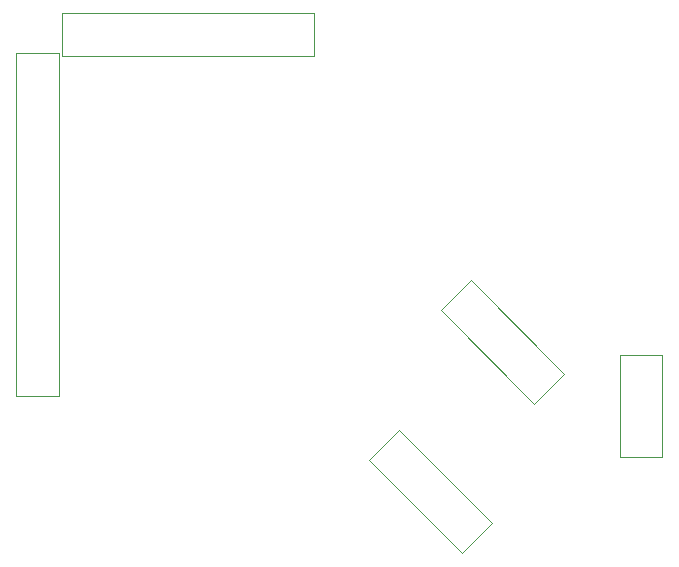
<source format=gbr>
%TF.GenerationSoftware,KiCad,Pcbnew,8.0.2*%
%TF.CreationDate,2025-08-30T14:26:49+07:00*%
%TF.ProjectId,minions,6d696e69-6f6e-4732-9e6b-696361645f70,1*%
%TF.SameCoordinates,Original*%
%TF.FileFunction,Other,User*%
%FSLAX46Y46*%
G04 Gerber Fmt 4.6, Leading zero omitted, Abs format (unit mm)*
G04 Created by KiCad (PCBNEW 8.0.2) date 2025-08-30 14:26:49*
%MOMM*%
%LPD*%
G01*
G04 APERTURE LIST*
%ADD10C,0.050000*%
G04 APERTURE END LIST*
D10*
%TO.C,J6*%
X162927328Y-107172672D02*
X162927328Y-98522672D01*
X159327328Y-107172672D02*
X162927328Y-107172672D01*
X162927328Y-98522672D02*
X159327328Y-98522672D01*
X159327328Y-98522672D02*
X159327328Y-107172672D01*
%TO.C,J1*%
X112100000Y-73199998D02*
X133450000Y-73200000D01*
X112099999Y-69600001D02*
X112100000Y-73199998D01*
X133450000Y-73200000D02*
X133450000Y-69600000D01*
X133450000Y-69600000D02*
X112099999Y-69600001D01*
%TO.C,J2*%
X154641635Y-100096051D02*
X146722040Y-92176456D01*
X152096052Y-102641636D02*
X154641635Y-100096051D01*
X146722040Y-92176456D02*
X144176455Y-94722041D01*
X144176455Y-94722041D02*
X152096052Y-102641636D01*
%TO.C,J5*%
X108249999Y-101980000D02*
X111850001Y-101980000D01*
X111850001Y-101980000D02*
X111849999Y-72979999D01*
X111849999Y-72979999D02*
X108249999Y-72980001D01*
X108249999Y-72980001D02*
X108249999Y-101980000D01*
%TO.C,J3*%
X146000001Y-115295584D02*
X148545584Y-112749999D01*
X138080404Y-107375989D02*
X146000001Y-115295584D01*
X148545584Y-112749999D02*
X140625990Y-104830404D01*
X140625990Y-104830404D02*
X138080404Y-107375989D01*
%TD*%
M02*

</source>
